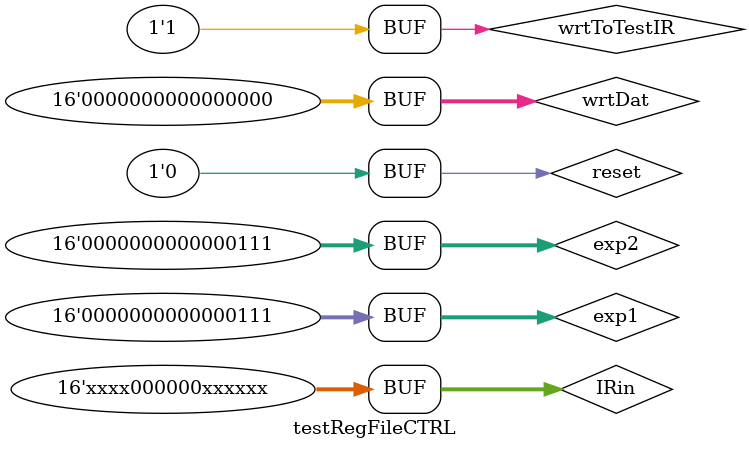
<source format=v>
`timescale 1ns / 1ps


module testRegFileCTRL;

	// Inputs
	reg [15:0] IRin;
	reg [15:0] wrtDat;
	reg wrtToTestIR;
	reg reset;
	wire clk;

	// Outputs
	wire [15:0] IRout;
	wire [15:0] r1out;
	wire [15:0] r2out;
	wire [15:0] m;
	wire branch;
	wire jump;
	wire useFirstReg;
	wire useReg;
	wire PCwrt;
	wire IRwrt;
	wire memOWrt;
	wire Awrt;
	wire Bwrt;
	wire ALUwrt;
	wire regWrt;
	wire wAdrs;
	wire memAdrsSlct;
	wire immSlct;
	wire bneObeq;
	wire [1:0] wDat;
	wire [1:0] imOrR;
	
	reg [15:0] exp1, exp2;
	
	clockModule clock (
		reset,
		clk
	);

	// Instantiate the Unit Under Test (UUT)
	regFileanCtrl uut (
		.IRin(IRin), 
		.wrtDat(wrtDat), 
		.wrtToTestIR(wrtToTestIR), 
		.reset(reset), 
		.clk(clk), 
		.IRout(IRout), 
		.r1out(r1out), 
		.r2out(r2out), 
		.m(m), 
		.branch(branch), 
		.jump(jump), 
		.useFirstReg(useFirstReg), 
		.useReg(useReg), 
		.PCwrt(PCwrt), 
		.IRwrt(IRwrt), 
		.memOWrt(memOWrt), 
		.Awrt(Awrt), 
		.Bwrt(Bwrt), 
		.ALUwrt(ALUwrt), 
		.regWrt(regWrt), 
		.wAdrs(wAdrs), 
		.memAdrsSlct(memAdrsSlct), 
		.immSlct(immSlct), 
		.bneObeq(bneObeq), 
		.wDat(wDat), 
		.imOrR(imOrR)
	);

	initial begin
		// Initialize Inputs
		IRin = 0;
		wrtDat = 0;
		wrtToTestIR = 0;
		reset = 0;
		exp1 = 0;
		exp2 = 0;
		

		// Wait 100 ns for global reset to finish
		#100;
		
		/*		TESTING MACHINE CODE
		the following code is the pseudoinstruction swap $m, $t0
		0000 000 011 0110 xx
		0000 000 100 0110 xx
		0000 011 000 0110 xx
		*/

		
		reset = 1; #5;
		reset = 0;		
		
		IRin = 'bxxxx000000xxxxxx; wrtToTestIR = 1; exp2 = 0; #5; // fetchA
		IRin = 'bxxxx000001xxxxxx; wrtToTestIR = 1; exp2 = 1; #5; // fetchA
		IRin = 'bxxxx000010xxxxxx; wrtToTestIR = 1; exp2 = 2; #5; // fetchA
		IRin = 'bxxxx000011xxxxxx; wrtToTestIR = 1; exp2 = 3; #5; // fetchA
		IRin = 'bxxxx000100xxxxxx; wrtToTestIR = 1; exp2 = 4; #5; // fetchA
		IRin = 'bxxxx000101xxxxxx; wrtToTestIR = 1; exp2 = 5; #5; // fetchA
		IRin = 'bxxxx000110xxxxxx; wrtToTestIR = 1; exp2 = 6; #5; // fetchA
		IRin = 'bxxxx000111xxxxxx; wrtToTestIR = 1; exp2 = 7; #5; // fetchA
		
		IRin = 'bxxxx111000xxxxxx; wrtToTestIR = 1; exp1 = 0;  #5; // fetchA
		IRin = 'bxxxx110000xxxxxx; wrtToTestIR = 1; exp1 = 1;  #5; // fetchA
		IRin = 'bxxxx101000xxxxxx; wrtToTestIR = 1; exp1 = 2;  #5; // fetchA
		IRin = 'bxxxx100000xxxxxx; wrtToTestIR = 1; exp1 = 3;  #5; // fetchA
		IRin = 'bxxxx011000xxxxxx; wrtToTestIR = 1; exp1 = 4;  #5; // fetchA
		IRin = 'bxxxx010000xxxxxx; wrtToTestIR = 1; exp1 = 5;  #5; // fetchA
		IRin = 'bxxxx001000xxxxxx; wrtToTestIR = 1; exp1 = 6;  #5; // fetchA
		IRin = 'bxxxx000000xxxxxx; wrtToTestIR = 1; exp1 = 7;  #5; // fetchA
		
	end
      
endmodule


</source>
